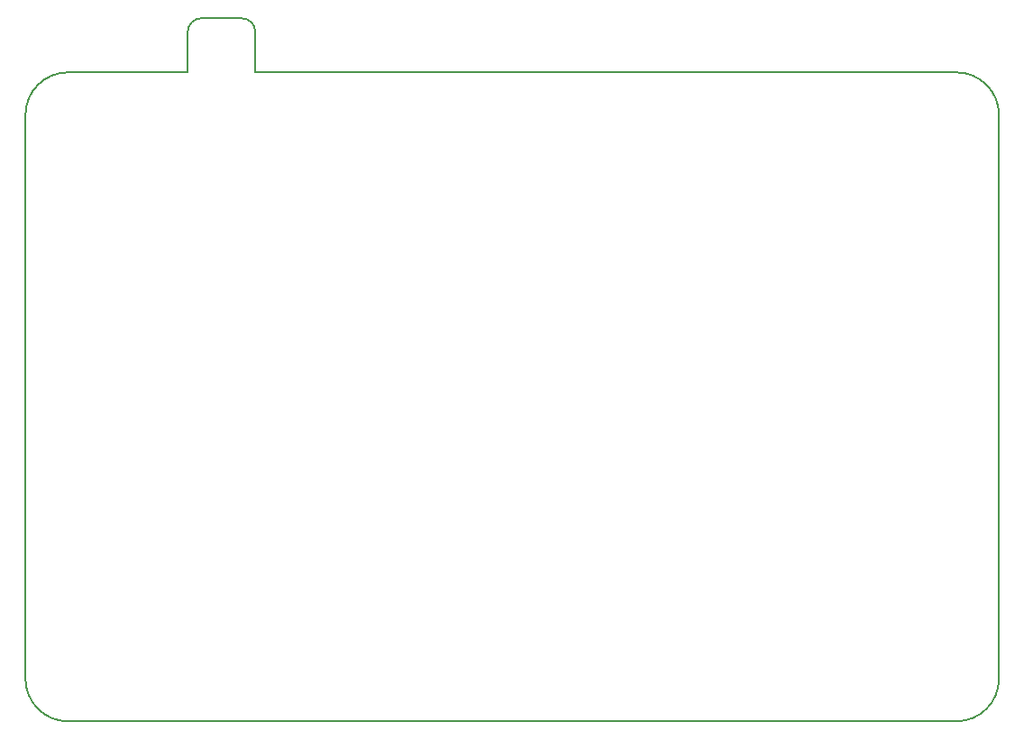
<source format=gm1>
G04 #@! TF.GenerationSoftware,KiCad,Pcbnew,5.1.5-52549c5~84~ubuntu18.04.1*
G04 #@! TF.CreationDate,2019-12-12T20:24:59-05:00*
G04 #@! TF.ProjectId,Shutdown_Sense,53687574-646f-4776-9e5f-53656e73652e,rev?*
G04 #@! TF.SameCoordinates,Original*
G04 #@! TF.FileFunction,Profile,NP*
%FSLAX46Y46*%
G04 Gerber Fmt 4.6, Leading zero omitted, Abs format (unit mm)*
G04 Created by KiCad (PCBNEW 5.1.5-52549c5~84~ubuntu18.04.1) date 2019-12-12 20:24:59*
%MOMM*%
%LPD*%
G04 APERTURE LIST*
%ADD10C,0.200000*%
G04 APERTURE END LIST*
D10*
X189865999Y-40386001D02*
G75*
G02X193865999Y-44386001I0J-4000000D01*
G01*
X193865999Y-44386001D02*
X193865999Y-97346000D01*
X124016000Y-40386001D02*
X124016000Y-36576001D01*
X117665999Y-40386001D02*
X117665999Y-36576001D01*
X102426000Y-97346000D02*
X102426000Y-44386001D01*
X118935999Y-35306001D02*
X122746000Y-35306001D01*
X122746000Y-35306001D02*
G75*
G02X124016000Y-36576001I0J-1270000D01*
G01*
X193865999Y-97346000D02*
G75*
G02X189865999Y-101346000I-4000000J0D01*
G01*
X117665999Y-36576001D02*
G75*
G02X118935999Y-35306001I1270000J0D01*
G01*
X106426000Y-101346000D02*
G75*
G02X102426000Y-97346000I0J4000000D01*
G01*
X106426000Y-40386001D02*
X117665999Y-40386001D01*
X124016000Y-40386001D02*
X189865999Y-40386001D01*
X102426000Y-44386001D02*
G75*
G02X106426000Y-40386001I4000000J0D01*
G01*
X106426000Y-101346000D02*
X189865999Y-101346000D01*
M02*

</source>
